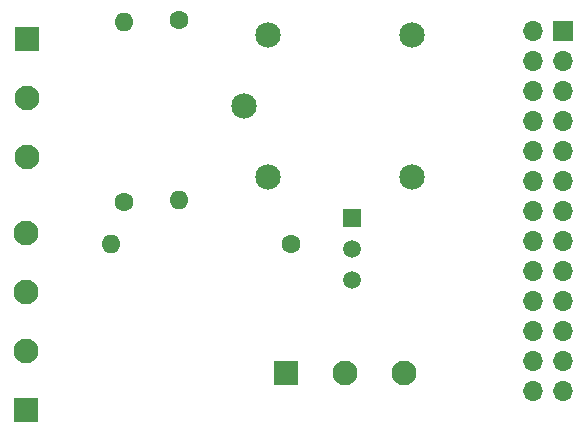
<source format=gbr>
%TF.GenerationSoftware,KiCad,Pcbnew,7.0.7*%
%TF.CreationDate,2023-09-27T10:27:32+03:00*%
%TF.ProjectId,Bionluk Proje,42696f6e-6c75-46b2-9050-726f6a652e6b,rev?*%
%TF.SameCoordinates,Original*%
%TF.FileFunction,Soldermask,Top*%
%TF.FilePolarity,Negative*%
%FSLAX46Y46*%
G04 Gerber Fmt 4.6, Leading zero omitted, Abs format (unit mm)*
G04 Created by KiCad (PCBNEW 7.0.7) date 2023-09-27 10:27:32*
%MOMM*%
%LPD*%
G01*
G04 APERTURE LIST*
%ADD10C,1.600000*%
%ADD11O,1.600000X1.600000*%
%ADD12R,2.100000X2.100000*%
%ADD13C,2.100000*%
%ADD14C,2.154000*%
%ADD15R,1.700000X1.700000*%
%ADD16O,1.700000X1.700000*%
%ADD17R,1.500000X1.500000*%
%ADD18C,1.500000*%
G04 APERTURE END LIST*
D10*
%TO.C,R2*%
X82050000Y-57090000D03*
D11*
X82050000Y-41850000D03*
%TD*%
D10*
%TO.C,R3*%
X96220000Y-60650000D03*
D11*
X80980000Y-60650000D03*
%TD*%
D12*
%TO.C,J3*%
X73900000Y-43310000D03*
D13*
X73900000Y-48310000D03*
X73900000Y-53310000D03*
%TD*%
D14*
%TO.C,K1*%
X94260000Y-42950000D03*
X94260000Y-54950000D03*
X92260000Y-48950000D03*
X106460000Y-42950000D03*
X106460000Y-54950000D03*
%TD*%
D15*
%TO.C,J1*%
X119250000Y-42600000D03*
D16*
X116710000Y-42600000D03*
X119250000Y-45140000D03*
X116710000Y-45140000D03*
X119250000Y-47680000D03*
X116710000Y-47680000D03*
X119250000Y-50220000D03*
X116710000Y-50220000D03*
X119250000Y-52760000D03*
X116710000Y-52760000D03*
X119250000Y-55300000D03*
X116710000Y-55300000D03*
X119250000Y-57840000D03*
X116710000Y-57840000D03*
X119250000Y-60380000D03*
X116710000Y-60380000D03*
X119250000Y-62920000D03*
X116710000Y-62920000D03*
X119250000Y-65460000D03*
X116710000Y-65460000D03*
X119250000Y-68000000D03*
X116710000Y-68000000D03*
X119250000Y-70540000D03*
X116710000Y-70540000D03*
X119250000Y-73080000D03*
X116710000Y-73080000D03*
%TD*%
D12*
%TO.C,J6*%
X73820000Y-74740000D03*
D13*
X73820000Y-69740000D03*
X73820000Y-64740000D03*
X73820000Y-59740000D03*
%TD*%
D10*
%TO.C,R1*%
X86700000Y-41680000D03*
D11*
X86700000Y-56920000D03*
%TD*%
D17*
%TO.C,Q1*%
X101415000Y-58470000D03*
D18*
X101415000Y-61070000D03*
X101415000Y-63670000D03*
%TD*%
D12*
%TO.C,J4*%
X95770000Y-71550000D03*
D13*
X100770000Y-71550000D03*
X105770000Y-71550000D03*
%TD*%
M02*

</source>
